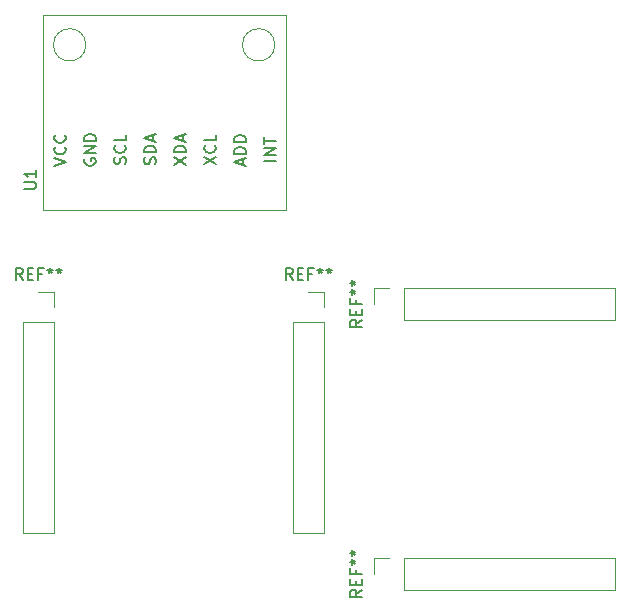
<source format=gbr>
%TF.GenerationSoftware,KiCad,Pcbnew,(6.0.5)*%
%TF.CreationDate,2022-09-07T10:03:09+07:00*%
%TF.ProjectId,test1,74657374-312e-46b6-9963-61645f706362,rev?*%
%TF.SameCoordinates,Original*%
%TF.FileFunction,Legend,Top*%
%TF.FilePolarity,Positive*%
%FSLAX46Y46*%
G04 Gerber Fmt 4.6, Leading zero omitted, Abs format (unit mm)*
G04 Created by KiCad (PCBNEW (6.0.5)) date 2022-09-07 10:03:09*
%MOMM*%
%LPD*%
G01*
G04 APERTURE LIST*
%ADD10C,0.150000*%
%ADD11C,0.120000*%
G04 APERTURE END LIST*
D10*
%TO.C,REF\u002A\u002A*%
X142613880Y-73087833D02*
X142137690Y-73421166D01*
X142613880Y-73659261D02*
X141613880Y-73659261D01*
X141613880Y-73278309D01*
X141661500Y-73183071D01*
X141709119Y-73135452D01*
X141804357Y-73087833D01*
X141947214Y-73087833D01*
X142042452Y-73135452D01*
X142090071Y-73183071D01*
X142137690Y-73278309D01*
X142137690Y-73659261D01*
X142090071Y-72659261D02*
X142090071Y-72325928D01*
X142613880Y-72183071D02*
X142613880Y-72659261D01*
X141613880Y-72659261D01*
X141613880Y-72183071D01*
X142090071Y-71421166D02*
X142090071Y-71754500D01*
X142613880Y-71754500D02*
X141613880Y-71754500D01*
X141613880Y-71278309D01*
X141613880Y-70754500D02*
X141851976Y-70754500D01*
X141756738Y-70992595D02*
X141851976Y-70754500D01*
X141756738Y-70516404D01*
X142042452Y-70897357D02*
X141851976Y-70754500D01*
X142042452Y-70611642D01*
X141613880Y-69992595D02*
X141851976Y-69992595D01*
X141756738Y-70230690D02*
X141851976Y-69992595D01*
X141756738Y-69754500D01*
X142042452Y-70135452D02*
X141851976Y-69992595D01*
X142042452Y-69849738D01*
X142613880Y-95947833D02*
X142137690Y-96281166D01*
X142613880Y-96519261D02*
X141613880Y-96519261D01*
X141613880Y-96138309D01*
X141661500Y-96043071D01*
X141709119Y-95995452D01*
X141804357Y-95947833D01*
X141947214Y-95947833D01*
X142042452Y-95995452D01*
X142090071Y-96043071D01*
X142137690Y-96138309D01*
X142137690Y-96519261D01*
X142090071Y-95519261D02*
X142090071Y-95185928D01*
X142613880Y-95043071D02*
X142613880Y-95519261D01*
X141613880Y-95519261D01*
X141613880Y-95043071D01*
X142090071Y-94281166D02*
X142090071Y-94614500D01*
X142613880Y-94614500D02*
X141613880Y-94614500D01*
X141613880Y-94138309D01*
X141613880Y-93614500D02*
X141851976Y-93614500D01*
X141756738Y-93852595D02*
X141851976Y-93614500D01*
X141756738Y-93376404D01*
X142042452Y-93757357D02*
X141851976Y-93614500D01*
X142042452Y-93471642D01*
X141613880Y-92852595D02*
X141851976Y-92852595D01*
X141756738Y-93090690D02*
X141851976Y-92852595D01*
X141756738Y-92614500D01*
X142042452Y-92995452D02*
X141851976Y-92852595D01*
X142042452Y-92709738D01*
X136750166Y-69715880D02*
X136416833Y-69239690D01*
X136178738Y-69715880D02*
X136178738Y-68715880D01*
X136559690Y-68715880D01*
X136654928Y-68763500D01*
X136702547Y-68811119D01*
X136750166Y-68906357D01*
X136750166Y-69049214D01*
X136702547Y-69144452D01*
X136654928Y-69192071D01*
X136559690Y-69239690D01*
X136178738Y-69239690D01*
X137178738Y-69192071D02*
X137512071Y-69192071D01*
X137654928Y-69715880D02*
X137178738Y-69715880D01*
X137178738Y-68715880D01*
X137654928Y-68715880D01*
X138416833Y-69192071D02*
X138083500Y-69192071D01*
X138083500Y-69715880D02*
X138083500Y-68715880D01*
X138559690Y-68715880D01*
X139083500Y-68715880D02*
X139083500Y-68953976D01*
X138845404Y-68858738D02*
X139083500Y-68953976D01*
X139321595Y-68858738D01*
X138940642Y-69144452D02*
X139083500Y-68953976D01*
X139226357Y-69144452D01*
X139845404Y-68715880D02*
X139845404Y-68953976D01*
X139607309Y-68858738D02*
X139845404Y-68953976D01*
X140083500Y-68858738D01*
X139702547Y-69144452D02*
X139845404Y-68953976D01*
X139988261Y-69144452D01*
X113890166Y-69715880D02*
X113556833Y-69239690D01*
X113318738Y-69715880D02*
X113318738Y-68715880D01*
X113699690Y-68715880D01*
X113794928Y-68763500D01*
X113842547Y-68811119D01*
X113890166Y-68906357D01*
X113890166Y-69049214D01*
X113842547Y-69144452D01*
X113794928Y-69192071D01*
X113699690Y-69239690D01*
X113318738Y-69239690D01*
X114318738Y-69192071D02*
X114652071Y-69192071D01*
X114794928Y-69715880D02*
X114318738Y-69715880D01*
X114318738Y-68715880D01*
X114794928Y-68715880D01*
X115556833Y-69192071D02*
X115223500Y-69192071D01*
X115223500Y-69715880D02*
X115223500Y-68715880D01*
X115699690Y-68715880D01*
X116223500Y-68715880D02*
X116223500Y-68953976D01*
X115985404Y-68858738D02*
X116223500Y-68953976D01*
X116461595Y-68858738D01*
X116080642Y-69144452D02*
X116223500Y-68953976D01*
X116366357Y-69144452D01*
X116985404Y-68715880D02*
X116985404Y-68953976D01*
X116747309Y-68858738D02*
X116985404Y-68953976D01*
X117223500Y-68858738D01*
X116842547Y-69144452D02*
X116985404Y-68953976D01*
X117128261Y-69144452D01*
%TO.C,U1*%
X114015880Y-62000404D02*
X114825404Y-62000404D01*
X114920642Y-61952785D01*
X114968261Y-61905166D01*
X115015880Y-61809928D01*
X115015880Y-61619452D01*
X114968261Y-61524214D01*
X114920642Y-61476595D01*
X114825404Y-61428976D01*
X114015880Y-61428976D01*
X115015880Y-60428976D02*
X115015880Y-61000404D01*
X115015880Y-60714690D02*
X114015880Y-60714690D01*
X114158738Y-60809928D01*
X114253976Y-60905166D01*
X114301595Y-61000404D01*
X122588261Y-59888976D02*
X122635880Y-59746119D01*
X122635880Y-59508023D01*
X122588261Y-59412785D01*
X122540642Y-59365166D01*
X122445404Y-59317547D01*
X122350166Y-59317547D01*
X122254928Y-59365166D01*
X122207309Y-59412785D01*
X122159690Y-59508023D01*
X122112071Y-59698500D01*
X122064452Y-59793738D01*
X122016833Y-59841357D01*
X121921595Y-59888976D01*
X121826357Y-59888976D01*
X121731119Y-59841357D01*
X121683500Y-59793738D01*
X121635880Y-59698500D01*
X121635880Y-59460404D01*
X121683500Y-59317547D01*
X122540642Y-58317547D02*
X122588261Y-58365166D01*
X122635880Y-58508023D01*
X122635880Y-58603261D01*
X122588261Y-58746119D01*
X122493023Y-58841357D01*
X122397785Y-58888976D01*
X122207309Y-58936595D01*
X122064452Y-58936595D01*
X121873976Y-58888976D01*
X121778738Y-58841357D01*
X121683500Y-58746119D01*
X121635880Y-58603261D01*
X121635880Y-58508023D01*
X121683500Y-58365166D01*
X121731119Y-58317547D01*
X122635880Y-57412785D02*
X122635880Y-57888976D01*
X121635880Y-57888976D01*
X125128261Y-59912785D02*
X125175880Y-59769928D01*
X125175880Y-59531833D01*
X125128261Y-59436595D01*
X125080642Y-59388976D01*
X124985404Y-59341357D01*
X124890166Y-59341357D01*
X124794928Y-59388976D01*
X124747309Y-59436595D01*
X124699690Y-59531833D01*
X124652071Y-59722309D01*
X124604452Y-59817547D01*
X124556833Y-59865166D01*
X124461595Y-59912785D01*
X124366357Y-59912785D01*
X124271119Y-59865166D01*
X124223500Y-59817547D01*
X124175880Y-59722309D01*
X124175880Y-59484214D01*
X124223500Y-59341357D01*
X125175880Y-58912785D02*
X124175880Y-58912785D01*
X124175880Y-58674690D01*
X124223500Y-58531833D01*
X124318738Y-58436595D01*
X124413976Y-58388976D01*
X124604452Y-58341357D01*
X124747309Y-58341357D01*
X124937785Y-58388976D01*
X125033023Y-58436595D01*
X125128261Y-58531833D01*
X125175880Y-58674690D01*
X125175880Y-58912785D01*
X124890166Y-57960404D02*
X124890166Y-57484214D01*
X125175880Y-58055642D02*
X124175880Y-57722309D01*
X125175880Y-57388976D01*
X116555880Y-60031833D02*
X117555880Y-59698500D01*
X116555880Y-59365166D01*
X117460642Y-58460404D02*
X117508261Y-58508023D01*
X117555880Y-58650880D01*
X117555880Y-58746119D01*
X117508261Y-58888976D01*
X117413023Y-58984214D01*
X117317785Y-59031833D01*
X117127309Y-59079452D01*
X116984452Y-59079452D01*
X116793976Y-59031833D01*
X116698738Y-58984214D01*
X116603500Y-58888976D01*
X116555880Y-58746119D01*
X116555880Y-58650880D01*
X116603500Y-58508023D01*
X116651119Y-58460404D01*
X117460642Y-57460404D02*
X117508261Y-57508023D01*
X117555880Y-57650880D01*
X117555880Y-57746119D01*
X117508261Y-57888976D01*
X117413023Y-57984214D01*
X117317785Y-58031833D01*
X117127309Y-58079452D01*
X116984452Y-58079452D01*
X116793976Y-58031833D01*
X116698738Y-57984214D01*
X116603500Y-57888976D01*
X116555880Y-57746119D01*
X116555880Y-57650880D01*
X116603500Y-57508023D01*
X116651119Y-57460404D01*
X135335880Y-59603261D02*
X134335880Y-59603261D01*
X135335880Y-59127071D02*
X134335880Y-59127071D01*
X135335880Y-58555642D01*
X134335880Y-58555642D01*
X134335880Y-58222309D02*
X134335880Y-57650880D01*
X135335880Y-57936595D02*
X134335880Y-57936595D01*
X126715880Y-59960404D02*
X127715880Y-59293738D01*
X126715880Y-59293738D02*
X127715880Y-59960404D01*
X127715880Y-58912785D02*
X126715880Y-58912785D01*
X126715880Y-58674690D01*
X126763500Y-58531833D01*
X126858738Y-58436595D01*
X126953976Y-58388976D01*
X127144452Y-58341357D01*
X127287309Y-58341357D01*
X127477785Y-58388976D01*
X127573023Y-58436595D01*
X127668261Y-58531833D01*
X127715880Y-58674690D01*
X127715880Y-58912785D01*
X127430166Y-57960404D02*
X127430166Y-57484214D01*
X127715880Y-58055642D02*
X126715880Y-57722309D01*
X127715880Y-57388976D01*
X132510166Y-59936595D02*
X132510166Y-59460404D01*
X132795880Y-60031833D02*
X131795880Y-59698500D01*
X132795880Y-59365166D01*
X132795880Y-59031833D02*
X131795880Y-59031833D01*
X131795880Y-58793738D01*
X131843500Y-58650880D01*
X131938738Y-58555642D01*
X132033976Y-58508023D01*
X132224452Y-58460404D01*
X132367309Y-58460404D01*
X132557785Y-58508023D01*
X132653023Y-58555642D01*
X132748261Y-58650880D01*
X132795880Y-58793738D01*
X132795880Y-59031833D01*
X132795880Y-58031833D02*
X131795880Y-58031833D01*
X131795880Y-57793738D01*
X131843500Y-57650880D01*
X131938738Y-57555642D01*
X132033976Y-57508023D01*
X132224452Y-57460404D01*
X132367309Y-57460404D01*
X132557785Y-57508023D01*
X132653023Y-57555642D01*
X132748261Y-57650880D01*
X132795880Y-57793738D01*
X132795880Y-58031833D01*
X119143500Y-59460404D02*
X119095880Y-59555642D01*
X119095880Y-59698500D01*
X119143500Y-59841357D01*
X119238738Y-59936595D01*
X119333976Y-59984214D01*
X119524452Y-60031833D01*
X119667309Y-60031833D01*
X119857785Y-59984214D01*
X119953023Y-59936595D01*
X120048261Y-59841357D01*
X120095880Y-59698500D01*
X120095880Y-59603261D01*
X120048261Y-59460404D01*
X120000642Y-59412785D01*
X119667309Y-59412785D01*
X119667309Y-59603261D01*
X120095880Y-58984214D02*
X119095880Y-58984214D01*
X120095880Y-58412785D01*
X119095880Y-58412785D01*
X120095880Y-57936595D02*
X119095880Y-57936595D01*
X119095880Y-57698500D01*
X119143500Y-57555642D01*
X119238738Y-57460404D01*
X119333976Y-57412785D01*
X119524452Y-57365166D01*
X119667309Y-57365166D01*
X119857785Y-57412785D01*
X119953023Y-57460404D01*
X120048261Y-57555642D01*
X120095880Y-57698500D01*
X120095880Y-57936595D01*
X129255880Y-59936595D02*
X130255880Y-59269928D01*
X129255880Y-59269928D02*
X130255880Y-59936595D01*
X130160642Y-58317547D02*
X130208261Y-58365166D01*
X130255880Y-58508023D01*
X130255880Y-58603261D01*
X130208261Y-58746119D01*
X130113023Y-58841357D01*
X130017785Y-58888976D01*
X129827309Y-58936595D01*
X129684452Y-58936595D01*
X129493976Y-58888976D01*
X129398738Y-58841357D01*
X129303500Y-58746119D01*
X129255880Y-58603261D01*
X129255880Y-58508023D01*
X129303500Y-58365166D01*
X129351119Y-58317547D01*
X130255880Y-57412785D02*
X130255880Y-57888976D01*
X129255880Y-57888976D01*
D11*
%TO.C,REF\u002A\u002A*%
X143601500Y-71754500D02*
X143601500Y-70424500D01*
X146201500Y-73084500D02*
X164041500Y-73084500D01*
X164041500Y-73084500D02*
X164041500Y-70424500D01*
X143601500Y-70424500D02*
X144931500Y-70424500D01*
X146201500Y-70424500D02*
X164041500Y-70424500D01*
X146201500Y-73084500D02*
X146201500Y-70424500D01*
X146201500Y-95944500D02*
X146201500Y-93284500D01*
X146201500Y-93284500D02*
X164041500Y-93284500D01*
X146201500Y-95944500D02*
X164041500Y-95944500D01*
X164041500Y-95944500D02*
X164041500Y-93284500D01*
X143601500Y-94614500D02*
X143601500Y-93284500D01*
X143601500Y-93284500D02*
X144931500Y-93284500D01*
X138083500Y-70703500D02*
X139413500Y-70703500D01*
X136753500Y-73303500D02*
X136753500Y-91143500D01*
X136753500Y-91143500D02*
X139413500Y-91143500D01*
X139413500Y-70703500D02*
X139413500Y-72033500D01*
X139413500Y-73303500D02*
X139413500Y-91143500D01*
X136753500Y-73303500D02*
X139413500Y-73303500D01*
X113893500Y-73303500D02*
X116553500Y-73303500D01*
X116553500Y-73303500D02*
X116553500Y-91143500D01*
X113893500Y-73303500D02*
X113893500Y-91143500D01*
X113893500Y-91143500D02*
X116553500Y-91143500D01*
X115223500Y-70703500D02*
X116553500Y-70703500D01*
X116553500Y-70703500D02*
X116553500Y-72033500D01*
%TO.C,U1*%
X115579500Y-47268500D02*
X136153500Y-47268500D01*
X136153500Y-47268500D02*
X136153500Y-63778500D01*
X115579500Y-63778500D02*
X115579500Y-47268500D01*
X136153500Y-63778500D02*
X115579500Y-63778500D01*
X119233332Y-49808500D02*
G75*
G03*
X119233332Y-49808500I-1367832J0D01*
G01*
X135235332Y-49808500D02*
G75*
G03*
X135235332Y-49808500I-1367832J0D01*
G01*
%TD*%
M02*

</source>
